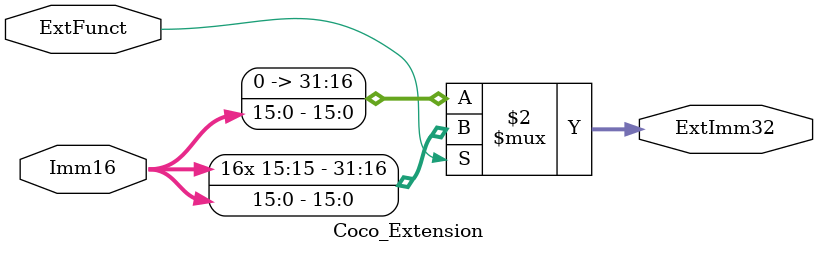
<source format=v>
module Coco_Extension(Imm16,ExtFunct,ExtImm32);
input[15:0] Imm16;
input ExtFunct;
output[31:0] ExtImm32;
assign ExtImm32=(ExtFunct==0)? {16'b0,Imm16}:{{16{Imm16[15]}},Imm16};
endmodule

</source>
